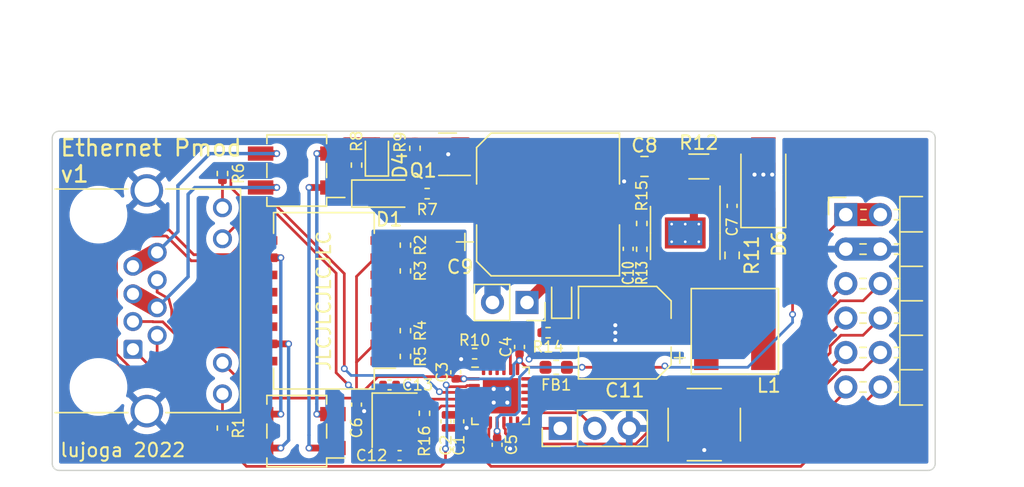
<source format=kicad_pcb>
(kicad_pcb (version 20211014) (generator pcbnew)

  (general
    (thickness 1.6)
  )

  (paper "A4")
  (layers
    (0 "F.Cu" signal)
    (31 "B.Cu" signal)
    (32 "B.Adhes" user "B.Adhesive")
    (33 "F.Adhes" user "F.Adhesive")
    (34 "B.Paste" user)
    (35 "F.Paste" user)
    (36 "B.SilkS" user "B.Silkscreen")
    (37 "F.SilkS" user "F.Silkscreen")
    (38 "B.Mask" user)
    (39 "F.Mask" user)
    (40 "Dwgs.User" user "User.Drawings")
    (41 "Cmts.User" user "User.Comments")
    (42 "Eco1.User" user "User.Eco1")
    (43 "Eco2.User" user "User.Eco2")
    (44 "Edge.Cuts" user)
    (45 "Margin" user)
    (46 "B.CrtYd" user "B.Courtyard")
    (47 "F.CrtYd" user "F.Courtyard")
    (48 "B.Fab" user)
    (49 "F.Fab" user)
    (50 "User.1" user)
    (51 "User.2" user)
    (52 "User.3" user)
    (53 "User.4" user)
    (54 "User.5" user)
    (55 "User.6" user)
    (56 "User.7" user)
    (57 "User.8" user)
    (58 "User.9" user)
  )

  (setup
    (stackup
      (layer "F.SilkS" (type "Top Silk Screen") (color "White"))
      (layer "F.Paste" (type "Top Solder Paste"))
      (layer "F.Mask" (type "Top Solder Mask") (color "Black") (thickness 0.01))
      (layer "F.Cu" (type "copper") (thickness 0.035))
      (layer "dielectric 1" (type "core") (thickness 1.51) (material "FR4") (epsilon_r 4.5) (loss_tangent 0.02))
      (layer "B.Cu" (type "copper") (thickness 0.035))
      (layer "B.Mask" (type "Bottom Solder Mask") (color "Black") (thickness 0.01))
      (layer "B.Paste" (type "Bottom Solder Paste"))
      (layer "B.SilkS" (type "Bottom Silk Screen") (color "White"))
      (copper_finish "HAL lead-free")
      (dielectric_constraints no)
    )
    (pad_to_mask_clearance 0)
    (pcbplotparams
      (layerselection 0x00010fc_ffffffff)
      (disableapertmacros false)
      (usegerberextensions false)
      (usegerberattributes true)
      (usegerberadvancedattributes true)
      (creategerberjobfile true)
      (svguseinch false)
      (svgprecision 6)
      (excludeedgelayer true)
      (plotframeref false)
      (viasonmask false)
      (mode 1)
      (useauxorigin false)
      (hpglpennumber 1)
      (hpglpenspeed 20)
      (hpglpendiameter 15.000000)
      (dxfpolygonmode true)
      (dxfimperialunits true)
      (dxfusepcbnewfont true)
      (psnegative false)
      (psa4output false)
      (plotreference true)
      (plotvalue true)
      (plotinvisibletext false)
      (sketchpadsonfab false)
      (subtractmaskfromsilk false)
      (outputformat 1)
      (mirror false)
      (drillshape 1)
      (scaleselection 1)
      (outputdirectory "")
    )
  )

  (net 0 "")
  (net 1 "+1V2")
  (net 2 "GND")
  (net 3 "VDDA")
  (net 4 "+3V3")
  (net 5 "Net-(C7-Pad1)")
  (net 6 "Net-(C7-Pad2)")
  (net 7 "VDC")
  (net 8 "GND1")
  (net 9 "+5V")
  (net 10 "Net-(C10-Pad2)")
  (net 11 "Net-(D1-Pad2)")
  (net 12 "/DC+A")
  (net 13 "Net-(D2-Pad3)")
  (net 14 "/DC-A")
  (net 15 "/DC+B")
  (net 16 "/DC-B")
  (net 17 "Net-(D4-Pad1)")
  (net 18 "Net-(D5-Pad1)")
  (net 19 "/LED2")
  (net 20 "/LED1")
  (net 21 "/RXD1")
  (net 22 "/RXER")
  (net 23 "/REFCLK")
  (net 24 "/TXD0")
  (net 25 "/RXD0")
  (net 26 "/CRS_DV")
  (net 27 "/TXEN")
  (net 28 "/TXD1")
  (net 29 "/MDIO")
  (net 30 "/MDC")
  (net 31 "/TXN")
  (net 32 "/TXP")
  (net 33 "/RXN")
  (net 34 "/RXP")
  (net 35 "Net-(R10-Pad1)")
  (net 36 "Net-(R11-Pad1)")
  (net 37 "Net-(R12-Pad2)")
  (net 38 "Net-(SW1-Pad2)")
  (net 39 "Net-(C12-Pad1)")
  (net 40 "Net-(C13-Pad1)")
  (net 41 "unconnected-(U2-Pad6)")
  (net 42 "unconnected-(U2-Pad7)")
  (net 43 "Net-(R16-Pad2)")
  (net 44 "/RX-")
  (net 45 "/RX+")
  (net 46 "/TX-")
  (net 47 "/TX+")
  (net 48 "Net-(J1-Pad9)")
  (net 49 "Net-(J1-Pad12)")

  (footprint "Capacitor_SMD:C_0402_1005Metric" (layer "F.Cu") (at 142.33 106.2))

  (footprint "Capacitor_SMD:C_0402_1005Metric" (layer "F.Cu") (at 159.9 96.17 90))

  (footprint "Resistor_SMD:R_0603_1608Metric" (layer "F.Cu") (at 167.55 96.65 90))

  (footprint "Resistor_SMD:R_0402_1005Metric" (layer "F.Cu") (at 143.5 104.1 -90))

  (footprint "Connector_PinHeader_2.54mm:PinHeader_1x03_P2.54mm_Vertical" (layer "F.Cu") (at 154.9 109.4 90))

  (footprint "Capacitor_SMD:C_0402_1005Metric" (layer "F.Cu") (at 143.07 111.4 180))

  (footprint "Package_TO_SOT_SMD:SOT-23" (layer "F.Cu") (at 146.6 89.2 180))

  (footprint "Capacitor_SMD:CP_Elec_10x10" (layer "F.Cu") (at 154 92.9))

  (footprint "Connector_PinSocket_2.54mm:PinSocket_1x02_P2.54mm_Vertical" (layer "F.Cu") (at 152.45 100.125 -90))

  (footprint "Capacitor_SMD:C_0402_1005Metric" (layer "F.Cu") (at 147.2 105.27 90))

  (footprint "Capacitor_SMD:CP_Elec_6.3x7.7" (layer "F.Cu") (at 159.65 102.35 180))

  (footprint "Resistor_SMD:R_0402_1005Metric" (layer "F.Cu") (at 148.595 103.9 180))

  (footprint "Diode_SMD:D_SMA" (layer "F.Cu") (at 169.85 91.2 90))

  (footprint "Inductor_SMD:L_0603_1608Metric" (layer "F.Cu") (at 154.6 104.9 180))

  (footprint "Resistor_SMD:R_0402_1005Metric" (layer "F.Cu") (at 130.03 90.62 -90))

  (footprint "Resistor_SMD:R_0402_1005Metric" (layer "F.Cu") (at 143.5 102.2 90))

  (footprint "Capacitor_SMD:C_0402_1005Metric" (layer "F.Cu") (at 139.9 107.65 -90))

  (footprint "Connector_PinHeader_2.54mm:PinHeader_2x06_P2.54mm_Horizontal" (layer "F.Cu") (at 175.92 93.65))

  (footprint "Resistor_SMD:R_0402_1005Metric" (layer "F.Cu") (at 143.5 95.9 90))

  (footprint "LED_SMD:LED_0603_1608Metric" (layer "F.Cu") (at 155 99.8 90))

  (footprint "ethernet-pmod:Diode_Bridge_Diodes_MBF" (layer "F.Cu") (at 135.5 109.6 180))

  (footprint "Resistor_SMD:R_0402_1005Metric" (layer "F.Cu") (at 144.9 108.29 90))

  (footprint "ethernet-pmod:L_Cenker_CKCS60xx" (layer "F.Cu") (at 167.75 102.25 180))

  (footprint "Capacitor_SMD:C_0402_1005Metric" (layer "F.Cu") (at 151.9 103.4 90))

  (footprint "ethernet-pmod:Transformer_Ethernet_HanRun_HY601742" (layer "F.Cu") (at 137.5 100 90))

  (footprint "Resistor_SMD:R_0402_1005Metric" (layer "F.Cu") (at 130.03 109.38 90))

  (footprint "Capacitor_SMD:C_0402_1005Metric" (layer "F.Cu") (at 167.55 93.005 90))

  (footprint "Resistor_SMD:R_0402_1005Metric" (layer "F.Cu") (at 160.9 94.3 90))

  (footprint "Resistor_SMD:R_1206_3216Metric" (layer "F.Cu") (at 165.1 90.1))

  (footprint "Capacitor_SMD:C_0402_1005Metric" (layer "F.Cu") (at 147.43 108.885 -90))

  (footprint "ethernet-pmod:SW_Push_SPST_NO_XKB_TS-1187A-X-X-X" (layer "F.Cu") (at 165.5 109.125 180))

  (footprint "Resistor_SMD:R_0402_1005Metric" (layer "F.Cu") (at 139.9 90 90))

  (footprint "Capacitor_SMD:C_0402_1005Metric" (layer "F.Cu") (at 150.25 110.61 -90))

  (footprint "Diode_SMD:D_SOD-123" (layer "F.Cu") (at 141.8 92.1))

  (footprint "Package_SO:SOIC-8-1EP_3.9x4.9mm_P1.27mm_EP2.29x3mm_ThermalVias" (layer "F.Cu") (at 164.1 95 -90))

  (footprint "Package_DFN_QFN:QFN-24-1EP_4x4mm_P0.5mm_EP2.6x2.6mm" (layer "F.Cu") (at 150.5 107))

  (footprint "Resistor_SMD:R_0402_1005Metric" (layer "F.Cu") (at 144.2 88.76 90))

  (footprint "Diode_SMD:D_SOD-323" (layer "F.Cu") (at 141.4 89.3 90))

  (footprint "ethernet-pmod:RJ45_Ckmtw_R-RJ45R08P-C000" (layer "F.Cu") (at 123.44 103.57 180))

  (footprint "Resistor_SMD:R_0402_1005Metric" (layer "F.Cu") (at 160.9 96.2 90))

  (footprint "ethernet-pmod:Diode_Bridge_Diodes_MBF" (layer "F.Cu") (at 135.5 90.4 180))

  (footprint "Resistor_SMD:R_0402_1005Metric" (layer "F.Cu") (at 145.1 92.1))

  (footprint "Capacitor_SMD:C_0402_1005Metric" (layer "F.Cu") (at 146.48 108.885 -90))

  (footprint "Resistor_SMD:R_0402_1005Metric" (layer "F.Cu") (at 154 102.35))

  (footprint "Capacitor_SMD:C_0805_2012Metric" (layer "F.Cu") (at 161.1 90.1 180))

  (footprint "Crystal:Crystal_SMD_3225-4Pin_3.2x2.5mm" (layer "F.Cu") (at 142.7 108.8 -90))

  (footprint "Resistor_SMD:R_0402_1005Metric" (layer "F.Cu") (at 143.5 97.8 -90))

  (gr_arc (start 118 112.5) (mid 117.646447 112.353553) (end 117.5 112) (layer "Edge.Cuts") (width 0.1) (tstamp 1b27b212-f6be-4361-93af-1345adfd78d1))
  (gr_line (start 118 112.5) (end 182 112.5) (layer "Edge.Cuts") (width 0.1) (tstamp 1bbd6a17-a3a4-4d64-91fb-960dc8c86e3e))
  (gr_line (start 182 87.5) (end 118 87.5) (layer "Edge.Cuts") (width 0.1) (tstamp 32c682dc-0d51-48d4-ad7a-67bb52e887c8))
  (gr_arc (start 182 87.5) (mid 182.353553 87.646447) (end 182.5 88) (layer "Edge.Cuts") (width 0.1) (tstamp 3739c676-d3f3-463a-8136-ee33186e8883))
  (gr_arc (start 182.5 112) (mid 182.353553 112.353553) (end 182 112.5) (layer "Edge.Cuts") (width 0.1) (tstamp 38f7f5bc-f429-4925-96e0-70c773485a6f))
  (gr_line (start 182.5 112) (end 182.5 88) (layer "Edge.Cuts") (width 0.1) (tstamp b0dd6ee3-0ec1-4fe6-a3ac-dff8fc4acf34))
  (gr_arc (start 117.5 88) (mid 117.646447 87.646447) (end 118 87.5) (layer "Edge.Cuts") (width 0.1) (tstamp bd0f7918-d1af-4a58-8a81-84ecff580770))
  (gr_line (start 117.5 88) (end 117.5 112) (layer "Edge.Cuts") (width 0.1) (tstamp ef6d9a30-d751-4692-98e4-c6aaec6df432))
  (gr_text "Ethernet Pmod\nv1" (at 118 89.7) (layer "F.SilkS") (tstamp 26f739ef-9b16-4e32-b3a8-47bf49a8fc19)
    (effects (font (size 1.2 1.2) (thickness 0.18)) (justify left))
  )
  (gr_text "lujoga 2022" (at 118 111) (layer "F.SilkS") (tstamp 4d0b6203-bce9-455d-a850-93c4d816b539)
    (effects (font (size 1 1) (thickness 0.15)) (justify left))
  )
  (gr_text "JLCJLCJLCJLC" (at 137.5 100 90) (layer "F.SilkS") (tstamp 99e86908-ec7f-4cc6-a39a-a78be558ca0a)
    (effects (font (size 1 1) (thickness 0.15)))
  )

  (segment (start 148.5625 108.25) (end 147.585 108.25) (width 0.25) (layer "F.Cu") (net 1) (tstamp 3e80706d-c6f4-433e-8c6d-982d91fdb1c8))
  (segment (start 147.585 108.25) (end 147.43 108.405) (width 0.2) (layer "F.Cu") (net 1) (tstamp a283d39f-18ac-4144-9a42-92362a186988))
  (segment (start 146.48 108.405) (end 147.43 108.405) (width 0.56) (layer "F.Cu") (net 1) (tstamp dd5f3127-fc4a-4902-854d-ce706717059f))
  (segment (start 130.03 95.43) (end 132.06 93.4) (width 0.2) (layer "F.Cu") (net 2) (tstamp 0257fa17-2d1e-42d6-b3e1-786a3a864805))
  (segment (start 152.6 103.62) (end 152.6 104.3) (width 0.2) (layer "F.Cu") (net 2) (tstamp 10f607a4-6565-4f9d-828c-594a3c628599))
  (segment (start 147.43 109.365) (end 148 109.365) (width 0.5) (layer "F.Cu") (net 2) (tstamp 287ac16b-5b6d-4454-a3ce-51d32651389e))
  (segment (start 141.85 109.9) (end 141.85 110.66) (width 0.2) (layer "F.Cu") (net 2) (tstamp 28942f2b-d9e3-4c52-87eb-09e7c663945b))
  (segment (start 143.55 106.94) (end 142.81 106.2) (width 0.2) (layer "F.Cu") (net 2) (tstamp 2f6ead31-9746-4526-8077-db5689921c68))
  (segment (start 140.46 108.13) (end 140.46 110.26) (width 0.2) (layer "F.Cu") (net 2) (tstamp 43dd5961-4f23-4b41-b38c-f9ccdef60f86))
  (segment (start 138.4 97.965686) (end 138.4 105.3) (width 0.2) (layer "F.Cu") (net 2) (tstamp 4583d555-e7eb-4a16-9208-11cbf49f0ff9))
  (segment (start 141.85 110.66) (end 142.59 111.4) (width 0.2) (layer "F.Cu") (net 2) (tstamp 481e057d-4b95-44b7-b993-948483742d60))
  (segment (start 150.25 111.09) (end 151.01 111.09) (width 0.2) (layer "F.Cu") (net 2) (tstamp 4bbd492c-ba37-4b56-b4b9-e94f21477695))
  (segment (start 151.9 102.92) (end 152.6 103.62) (width 0.2) (layer "F.Cu") (net 2) (tstamp 4f8f6504-c4e8-4f74-bd17-7c9f38a89e6d))
  (segment (start 165.5 111) (end 168.5 111) (width 0.2) (layer "F.Cu") (net 2) (tstamp 530349b6-b4a3-4e20-ac09-dc9e88e059cb))
  (segment (start 139.9 108.13) (end 140.46 108.13) (width 0.5) (layer "F.Cu") (net 2) (tstamp 5d90edda-2ff1-43c2-9acc-be3e981434d3))
  (segment (start 140.46 110.26) (end 141.6 111.4) (width 0.2) (layer "F.Cu") (net 2) (tstamp 663a6b8f-359d-4686-bc2e-040864544f7b))
  (segment (start 133.834314 93.4) (end 138.4 97.965686) (width 0.2) (layer "F.Cu") (net 2) (tstamp 669a9b97-b69c-499b-a464-8e255bd1f7dc))
  (segment (start 142.81 106.2) (end 143.7 106.2) (width 0.2) (layer "F.Cu") (net 2) (tstamp 7a24eac3-70b2-40b0-beb7-cd58f566b7b6))
  (segment (start 148.085 103.9) (end 148 103.9) (width 0.2) (layer "F.Cu") (net 2) (tstamp 84cea9be-8c74-454a-967f-5fc23d956ef6))
  (segment (start 147.2 104.79) (end 147.2 104.7) (width 0.2) (layer "F.Cu") (net 2) (tstamp 8741755f-0750-4e46-af45-65b4fc49f2e0))
  (segment (start 162.5 111) (end 165.5 111) (width 0.2) (layer "F.Cu") (net 2) (tstamp 95ec16c5-d805-424e-9c2c-914311955ff9))
  (segment (start 147.2 104.7) (end 147.6 104.3) (width 0.2) (layer "F.Cu") (net 2) (tstamp a5e58745-fe73-4566-a34d-cc37409445e8))
  (segment (start 132.06 93.4) (end 133.834314 93.4) (width 0.2) (layer "F.Cu") (net 2) (tstamp ac68e3b7-ca4b-4c10-88fe-7c10c266651c))
  (segment (start 141.6 111.4) (end 142.59 111.4) (width 0.2) (layer "F.Cu") (net 2) (tstamp af36d0ab-0da9-48d9-a51c-d40b69b9d9f9))
  (segment (start 148 103.9) (end 147.6 104.3) (width 0.2) (layer "F.Cu") (net 2) (tstamp b7a7a1de-6976-48ba-ad43-32488427143a))
  (segment (start 151.01 111.09) (end 151.2 110.9) (width 0.2) (layer "F.Cu") (net 2) (tstamp dcf6fed0-f763-47f1-ab3e-c86b494bee31))
  (segment (start 138.4 105.3) (end 139.3 106.2) (width 0.2) (layer "F.Cu") (net 2) (tstamp e8444c10-d001-49d7-b1f9-8f41d4cef0b8))
  (segment (start 143.55 107.7) (end 143.55 106.94) (width 0.2) (layer "F.Cu") (net 2) (tstamp f978c38e-371c-4e7c-bd85-ac630bc4ea4e))
  (segment (start 146.48 109.365) (end 147.43 109.365) (width 0.56) (layer "F.Cu") (net 2) (tstamp fe977e65-2904-416c-86cf-b60d84b3e196))
  (via (at 140.46 108.13) (size 0.5) (drill 0.3) (layers "F.Cu" "B.Cu") (net 2) (tstamp 0ea11515-b8a7-4900-a85b-fc084bae88a7))
  (via (at 151 106.5) (size 0.5) (drill 0.3) (layers "F.Cu" "B.Cu") (net 2) (tstamp 141187c8-acb9-48ee-8c39-75b68e6dbefd))
  (via (at 152.6 104.3) (size 0.5) (drill 0.3) (layers "F.Cu" "B.Cu") (net 2) (tstamp 1fc6e023-708c-49c1-aec2-4573625b365c))
  (via (at 148 109.365) (size 0.5) (drill 0.3) (layers "F.Cu" "B.Cu") (net 2) (tstamp 418b3c58-f04d-449b-8619-d84d200cafe2))
  (via (at 151.2 110.9) (size 0.5) (drill 0.3) (layers "F.Cu" "B.Cu") (net 2) (tstamp 502e624f-310d-4782-8e18-4c079c90f211))
  (via (at 150 107.5) (size 0.5) (drill 0.3) (layers "F.Cu" "B.Cu") (net 2) (tstamp 56ea6aa9-dc9e-493d-9df5-9a16e566104d))
  (via (at 139.3 106.2) (size 0.5) (drill 0.3) (layers "F.Cu" "B.Cu") (net 2) (tstamp 77bd17c4-39c7-4c56-9b97-7f177c5c4cd6))
  (via (at 150 106.5) (size 0.5) (drill 0.3) (layers "F.Cu" "B.Cu") (net 2) (tstamp 98c707fb-10f6-4902-bb35-9c83e8478fa3))
  (via (at 165.5 111) (size 0.5) (drill 0.3) (layers "F.Cu" "B.Cu") (net 2) (tstamp a104581f-f547-44e6-831a-428fcf307e3b))
  (via (at 147.6 104.3) (size 0.5) (drill 0.3) (layers "F.Cu" "B.Cu") (net 2) (tstamp ada0a173-3850-4033-b924-952aac4ac100))
  (via (at 151 107.5) (size 0.5) (drill 0.3) (layers "F.Cu" "B.Cu") (net 2) (tstamp c2bc572c-0291-4be2-addd-82566985b7f9))
  (via (at 143.7 106.2) (size 0.5) (drill 0.3) (layers "F.Cu" "B.Cu") (net 2) (tstamp feaac4c8-c1e8-4f7c-b36a-ed6f3547affe))
  (segment (start 140.46 107.36) (end 140.46 108.13) (width 0.2) (layer "B.Cu") (net 2) (tstamp 369baf4e-7dcf-4d93-9460-4ae76072e34d))
  (segment (start 178.46 96.19) (end 175.92 96.19) (width 1.7) (layer "B.Cu") (net 2) (tstamp b6df3ba1-8be2-40a2-bc38-5dbd43f6415d))
  (segment (start 139.3 106.2) (end 140.46 107.36) (width 0.2) (layer "B.Cu") (net 2) (tstamp fa5aeada-de67-4e55-a84f-514569e7024c))
  (segment (start 141.8815 96.825) (end 143.5 96.825) (width 0.635) (layer "F.Cu") (net 3) (tstamp 0a2e5559-c07d-49e8-b857-517a71a052da))
  (segment (start 141.2465 103.175) (end 141.8815 103.175) (width 0.2) (layer "F.Cu") (net 3) (tstamp 2b0a7048-5ace-4e18-81ec-c81809990472))
  (segment (start 139.9 104.5215) (end 141.2465 103.175) (width 0.2) (layer "F.Cu") (net 3) (tstamp 3034a184-5370-4e20-9076-bbda36bc86f6))
  (segment (start 130.03 104.57) (end 132.63 107.17) (width 0.2) (layer "F.Cu") (net 3) (tstamp 43eb65d1-73ea-493a-b2df-813f1e02a01c))
  (segment (start 143.5 96.825) (end 143.5 96.46) (width 0.64) (layer "F.Cu") (net 3) (tstamp 49ca1a79-c206-4804-8269-76dbfb51b9fc))
  (segment (start 132.63 107.17) (end 139.9 107.17) (width 0.2) (layer "F.Cu") (net 3) (tstamp 4b0b770e-8383-4593-b03a-0ce55f47f957))
  (segment (start 141.2815 96.825) (end 141.8815 96.825) (width 0.2) (layer "F.Cu") (net 3) (tstamp 5cee7055-bee2-4d6c-959c-2a642bd58431))
  (segment (start 141.48 105.59) (end 147.04 105.59) (width 0.2) (layer "F.Cu") (net 3) (tstamp 6d27f0c6-a481-42a3-8d0e-1924f93518e4))
  (segment (start 148.5625 105.75) (end 147.8 105.75) (width 0.25) (layer "F.Cu") (net 3) (tstamp 73d297e4-1a30-4fc9-ad8a-260acbbc4208))
  (segment (start 153.8125 104.9) (end 152.4 104.9) (width 0.2) (layer "F.Cu") (net 3) (tstamp 7b7d5c04-3a6c-4e12-874c-414d8bf7d03a))
  (segment (start 139.9 107.17) (end 139.9 104.5215) (width 0.2) (layer "F.Cu") (net 3) (tstamp 9a1658a5-13d5-4578-9851-353901aaf5e5))
  (segment (start 143.5 103.175) (end 143.5 103.54) (width 0.64) (layer "F.Cu") (net 3) (tstamp a43fee9c-8871-41f8-97f1-9f6c00c7b4e2))
  (segment (start 151.75 104.55) (end 151.9 104.4) (width 0.25) (layer "F.Cu") (net 3) (tstamp a454001e-a93a-4a18-ab37-5c848b55d5aa))
  (segment (start 141.48 105.59) (end 139.9 107.17) (width 0.2) (layer "F.Cu") (net 3) (tstamp afdc8260-a7dd-4404-af03-08a278e3e7e8))
  (segment (start 152.4 104.9) (end 151.9 104.4) (width 0.2) (layer "F.Cu") (net 3) (tstamp b990ead8-0fd9-4bf9-95b3-7916a5196ca8))
  (segment (start 143.5 103.175) (end 143.5 102.76) (width 0.64) (layer "F.Cu") (net 3) (tstamp c22970c3-ece2-46a3-ac73-8343ec6308c9))
  (segment (start 139.9 104.5215) (end 139.9 98.2065) (width 0.2) (layer "F.Cu") (net 3) (tstamp c4083b2f-6079-4af8-b559-0bee4c23d98d))
  (segment (start 151.9 103.88) (end 151.9 104.4) (width 0.5) (layer "F.Cu") (net 3) (tstamp c8ac7f13-1c25-46fc-9048-7c1bd1cc296f))
  (segment (start 139.9 98.2065) (end 141.2815 96.825) (width 0.2) (layer "F.Cu") (net 3) (tstamp d787e51e-0ee7-4f65-a98a-c1b17fcdc6ff))
  (segment (start 151.75 105.0625) (end 151.75 104.55) (width 0.25) (layer "F.Cu") (net 3) (tstamp ee9e7793-331c-42d0-92d0-8756eff73a77))
  (segment (start 141.8815 103.175) (end 143.5 103.175) (width 0.635) (layer "F.Cu") (net 3) (tstamp f3235dcd-e288-42d6-8d8d-9c43fb82393b))
  (segment (start 147.2 105.75) (end 147.8 105.75) (width 0.5) (layer "F.Cu") (net 3) (tstamp f3864112-57c6-4164-a319-9db3f5f9748f))
  (segment (start 143.5 96.825) (end 143.5 97.24) (width 0.64) (layer "F.Cu") (net 3) (tstamp f7342e01-63ec-4da2-b814-980848094708))
  (segment (start 147.04 105.59) (end 147.2 105.75) (width 0.2) (layer "F.Cu") (net 3) (tstamp f7ecdf4c-1860-42cc-b1a4-4c66d1094f8d))
  (via (at 147.8 105.75) (size 0.5) (drill 0.3) (layers "F.Cu" "B.Cu") (net 3) (tstamp 78ed7c86-53df-4bf4-afd1-18f44199479e))
  (via (at 151.9 104.4) (size 0.5) (drill 0.3) (layers "F.Cu" "B.Cu") (net 3) (tstamp c45316ca-7153-4e86-952a-c944e5e56600))
  (segment (start 151.9 104.4) (end 151.75 104.4) (width 0.2) (layer "B.Cu") (net 3) (tstamp 27ec69e8-177f-44e1-b1eb-25d0b7a413ca))
  (segment (start 151.475 104.675) (end 151.475 105.475) (width 0.2) (layer "B.Cu") (net 3) (tstamp 2c23e5ea-c925-437a-8d3f-8d7a28a5fa8e))
  (segment (start 151.475 105.475) (end 151.2 105.75) (width 0.2) (layer "B.Cu") (net 3) (tstamp 2dfbd494-43cd-40bb-a010-47f18854e47f))
  (segment (start 151.2 105.75) (end 147.8 105.75) (width 0.2) (layer "B.Cu") (net 3) (tstamp 911542d1-aaa4-4cbb-b750-e6052cf96e34))
  (segment (start 151.75 104.4) (end 151.475 104.675) (width 0.2) (layer "B.Cu") (net 3) (tstamp b4dab7ec-fa16-4a86-8527-3009d74c76fc))
  (segment (start 150.25 108.9375) (end 150.25 109.6) (width 0.25) (layer "F.Cu") (net 4) (tstamp 1a5a01bb-6e8f-4b34-8200-1498ca49e75c))
  (segment (start 155.3875 104.9) (end 156.5 104.9) (width 0.2) (layer "F.Cu") (net 4) (tstamp 339eee5b-1376-46b4-a8f9-373682db89ac))
  (segment (start 150.25 110.13) (end 150.25 109.6) (width 0.5) (layer "F.Cu") (net 4) (tstamp 3567b577-a78e-4b8c-aa3a-310a635f21e1))
  (segment (start 162.5 104.9) (end 162.6 104.8) (width 0.2) (layer "F.Cu") (net 4) (tstamp 3674573c-dea6-43f0-8cdb-2a0822680f15))
  (segment (start 175.92 93.65) (end 172 97.57) (width 0.2) (layer "F.Cu") (net 4) (tstamp 6b70ba68-930d-4a65-8d99-fe94bf8845e0))
  (segment (start 156.5 104.9) (end 162.5 104.9) (width 0.2) (layer "F.Cu") (net 4) (tstamp 80efa3ff-01be-4885-b263-063790aaf472))
  (segment (start 172 97.57) (end 172 101) (width 0.2) (layer "F.Cu") (net 4) (tstamp dd8369ab-4ade-4c86-8d5a-f22f43e8b2e8))
  (segment (start 178.46 93.65) (end 175.92 93.65) (width 1.7) (layer "F.Cu") (net 4) (tstamp e34bd66c-794d-41f4-aeac-0e8e7132dca5))
  (via (at 172 101) (size 0.5) (drill 0.3) (layers "F.Cu" "B.Cu") (net 4) (tstamp 0021c9f1-225b-488c-a343-217d1c28b9ae))
  (via (at 162.6 104.8) (size 0.5) (drill 0.3) (layers "F.Cu" "B.Cu") (net 4) (tstamp 04c5330f-e7d3-42e3-a693-a79ba448432b))
  (via (at 150.25 109.6) (size 0.5) (drill 0.3) (layers "F.Cu" "B.Cu") (net 4) (tstamp 898a80d3-f017-4a64-b9f3-df2e25c49985))
  (via (at 156.5 104.9) (size 0.5) (drill 0.3) (layers "F.Cu" "B.Cu") (net 4) (tstamp c0825006-4d57-4b92-831e-f8612effe0ca))
  (segment (start 172 101.6) (end 172 101) (width 0.2) (layer "B.Cu") (net 4) (tstamp 00a21060-324f-4b16-96f7-07916562102a))
  (segment (start 156.5 104.9) (end 152.615686 104.9) (width 0.2) (layer "B.Cu") (net 4) (tstamp 33a95aeb-52a0-4a9c-b861-e0a5e56b3beb))
  (segment (start 151.6 108.4) (end 150.5 108.4) (width 0.2) (layer "B.Cu") (net 4) (tstamp 3e054784-fc49-4bcb-9c47-44a269f4e782))
  (segment (start 162.6 104.8) (end 162.7 104.9) (width 0.2) (layer "B.Cu") (net 4) (tstamp 622e0582-33cb-454b-814c-418b0b2a0b28))
  (segment (start 150.5 108.4) (end 150.25 108.65) (width 0.2) (layer "B.Cu") (net 4) (tstamp 8721ad3d-617a-4d86-a677-337b68e78a3e))
  (segment (start 168.7 104.9) (end 172 101.6) (width 0.2) (layer "B.Cu") (net 4) (tstamp 995f4641-039c-429d-9d5f-ec86ebce9f26))
  (segment (start 151.9 108.1) (end 151.6 108.4) (width 0.2) (layer "B.Cu") (net
... [152328 chars truncated]
</source>
